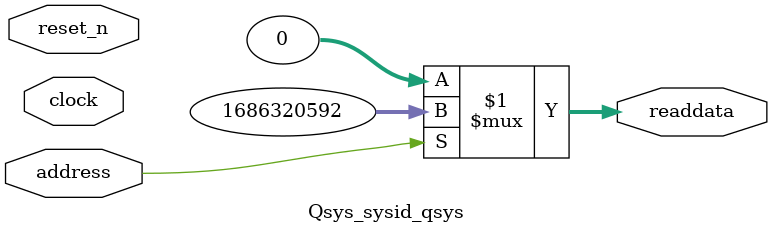
<source format=v>



// synthesis translate_off
`timescale 1ns / 1ps
// synthesis translate_on

// turn off superfluous verilog processor warnings 
// altera message_level Level1 
// altera message_off 10034 10035 10036 10037 10230 10240 10030 

module Qsys_sysid_qsys (
               // inputs:
                address,
                clock,
                reset_n,

               // outputs:
                readdata
             )
;

  output  [ 31: 0] readdata;
  input            address;
  input            clock;
  input            reset_n;

  wire    [ 31: 0] readdata;
  //control_slave, which is an e_avalon_slave
  assign readdata = address ? 1686320592 : 0;

endmodule



</source>
